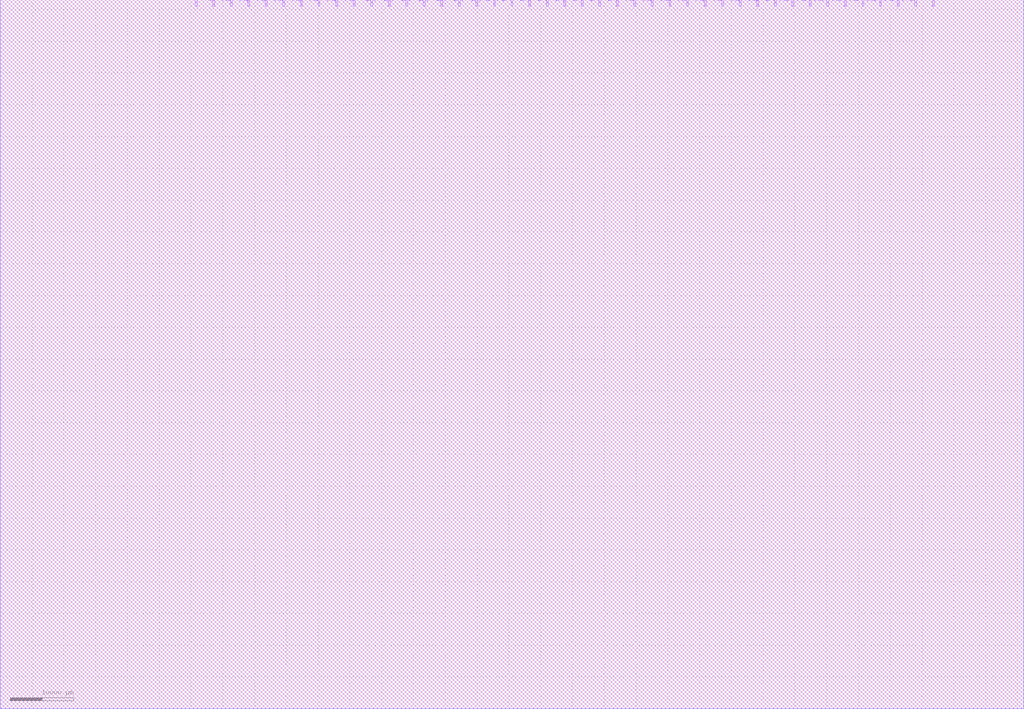
<source format=lef>
# LEF file generated for my_logo
VERSION 5.8 ;
NAMESCASESENSITIVE ON ;
DIVIDERCHAR "/" ;
BUSBITCHARS "[]" ;
UNITS
   DATABASE MICRONS 1000 ;
END UNITS

MACRO my_logo
   CLASS BLOCK ;
   FOREIGN my_logo 0 0 ;
   SIZE 161000.000 BY 111520.000 ;
   SYMMETRY X Y ;
   PIN clk
      DIRECTION INPUT ;
      USE SIGNAL ;
      PORT
         LAYER MET4 ;
         RECT 143830.000 110520.000 144130.000 111520.000 ;
      END
   END clk
   PIN ena
      DIRECTION INPUT ;
      USE SIGNAL ;
      PORT
         LAYER MET4 ;
         RECT 146590.000 110520.000 146890.000 111520.000 ;
      END
   END ena
   PIN rst_n
      DIRECTION INPUT ;
      USE SIGNAL ;
      PORT
         LAYER MET4 ;
         RECT 141070.000 110520.000 141370.000 111520.000 ;
      END
   END rst_n
   PIN ui_in[0]
      DIRECTION INPUT ;
      USE SIGNAL ;
      PORT
         LAYER MET4 ;
         RECT 138310.000 110520.000 138610.000 111520.000 ;
      END
   END ui_in[0]
   PIN ui_in[1]
      DIRECTION INPUT ;
      USE SIGNAL ;
      PORT
         LAYER MET4 ;
         RECT 135550.000 110520.000 135850.000 111520.000 ;
      END
   END ui_in[1]
   PIN ui_in[2]
      DIRECTION INPUT ;
      USE SIGNAL ;
      PORT
         LAYER MET4 ;
         RECT 132790.000 110520.000 133090.000 111520.000 ;
      END
   END ui_in[2]
   PIN ui_in[3]
      DIRECTION INPUT ;
      USE SIGNAL ;
      PORT
         LAYER MET4 ;
         RECT 130030.000 110520.000 130330.000 111520.000 ;
      END
   END ui_in[3]
   PIN ui_in[4]
      DIRECTION INPUT ;
      USE SIGNAL ;
      PORT
         LAYER MET4 ;
         RECT 127270.000 110520.000 127570.000 111520.000 ;
      END
   END ui_in[4]
   PIN ui_in[5]
      DIRECTION INPUT ;
      USE SIGNAL ;
      PORT
         LAYER MET4 ;
         RECT 124510.000 110520.000 124810.000 111520.000 ;
      END
   END ui_in[5]
   PIN ui_in[6]
      DIRECTION INPUT ;
      USE SIGNAL ;
      PORT
         LAYER MET4 ;
         RECT 121750.000 110520.000 122050.000 111520.000 ;
      END
   END ui_in[6]
   PIN ui_in[7]
      DIRECTION INPUT ;
      USE SIGNAL ;
      PORT
         LAYER MET4 ;
         RECT 118990.000 110520.000 119290.000 111520.000 ;
      END
   END ui_in[7]
   PIN uio_in[0]
      DIRECTION INPUT ;
      USE SIGNAL ;
      PORT
         LAYER MET4 ;
         RECT 116230.000 110520.000 116530.000 111520.000 ;
      END
   END uio_in[0]
   PIN uio_in[1]
      DIRECTION INPUT ;
      USE SIGNAL ;
      PORT
         LAYER MET4 ;
         RECT 113470.000 110520.000 113770.000 111520.000 ;
      END
   END uio_in[1]
   PIN uio_in[2]
      DIRECTION INPUT ;
      USE SIGNAL ;
      PORT
         LAYER MET4 ;
         RECT 110710.000 110520.000 111010.000 111520.000 ;
      END
   END uio_in[2]
   PIN uio_in[3]
      DIRECTION INPUT ;
      USE SIGNAL ;
      PORT
         LAYER MET4 ;
         RECT 107950.000 110520.000 108250.000 111520.000 ;
      END
   END uio_in[3]
   PIN uio_in[4]
      DIRECTION INPUT ;
      USE SIGNAL ;
      PORT
         LAYER MET4 ;
         RECT 105190.000 110520.000 105490.000 111520.000 ;
      END
   END uio_in[4]
   PIN uio_in[5]
      DIRECTION INPUT ;
      USE SIGNAL ;
      PORT
         LAYER MET4 ;
         RECT 102430.000 110520.000 102730.000 111520.000 ;
      END
   END uio_in[5]
   PIN uio_in[6]
      DIRECTION INPUT ;
      USE SIGNAL ;
      PORT
         LAYER MET4 ;
         RECT 99670.000 110520.000 99970.000 111520.000 ;
      END
   END uio_in[6]
   PIN uio_in[7]
      DIRECTION INPUT ;
      USE SIGNAL ;
      PORT
         LAYER MET4 ;
         RECT 96910.000 110520.000 97210.000 111520.000 ;
      END
   END uio_in[7]
   PIN uio_oe[0]
      DIRECTION OUTPUT ;
      USE SIGNAL ;
      PORT
         LAYER MET4 ;
         RECT 49990.000 110520.000 50290.000 111520.000 ;
      END
   END uio_oe[0]
   PIN uio_oe[1]
      DIRECTION OUTPUT ;
      USE SIGNAL ;
      PORT
         LAYER MET4 ;
         RECT 47230.000 110520.000 47530.000 111520.000 ;
      END
   END uio_oe[1]
   PIN uio_oe[2]
      DIRECTION OUTPUT ;
      USE SIGNAL ;
      PORT
         LAYER MET4 ;
         RECT 44470.000 110520.000 44770.000 111520.000 ;
      END
   END uio_oe[2]
   PIN uio_oe[3]
      DIRECTION OUTPUT ;
      USE SIGNAL ;
      PORT
         LAYER MET4 ;
         RECT 41710.000 110520.000 42010.000 111520.000 ;
      END
   END uio_oe[3]
   PIN uio_oe[4]
      DIRECTION OUTPUT ;
      USE SIGNAL ;
      PORT
         LAYER MET4 ;
         RECT 38950.000 110520.000 39250.000 111520.000 ;
      END
   END uio_oe[4]
   PIN uio_oe[5]
      DIRECTION OUTPUT ;
      USE SIGNAL ;
      PORT
         LAYER MET4 ;
         RECT 36190.000 110520.000 36490.000 111520.000 ;
      END
   END uio_oe[5]
   PIN uio_oe[6]
      DIRECTION OUTPUT ;
      USE SIGNAL ;
      PORT
         LAYER MET4 ;
         RECT 33430.000 110520.000 33730.000 111520.000 ;
      END
   END uio_oe[6]
   PIN uio_oe[7]
      DIRECTION OUTPUT ;
      USE SIGNAL ;
      PORT
         LAYER MET4 ;
         RECT 30670.000 110520.000 30970.000 111520.000 ;
      END
   END uio_oe[7]
   PIN uio_out[0]
      DIRECTION OUTPUT ;
      USE SIGNAL ;
      PORT
         LAYER MET4 ;
         RECT 72070.000 110520.000 72370.000 111520.000 ;
      END
   END uio_out[0]
   PIN uio_out[1]
      DIRECTION OUTPUT ;
      USE SIGNAL ;
      PORT
         LAYER MET4 ;
         RECT 69310.000 110520.000 69610.000 111520.000 ;
      END
   END uio_out[1]
   PIN uio_out[2]
      DIRECTION OUTPUT ;
      USE SIGNAL ;
      PORT
         LAYER MET4 ;
         RECT 66550.000 110520.000 66850.000 111520.000 ;
      END
   END uio_out[2]
   PIN uio_out[3]
      DIRECTION OUTPUT ;
      USE SIGNAL ;
      PORT
         LAYER MET4 ;
         RECT 63790.000 110520.000 64090.000 111520.000 ;
      END
   END uio_out[3]
   PIN uio_out[4]
      DIRECTION OUTPUT ;
      USE SIGNAL ;
      PORT
         LAYER MET4 ;
         RECT 61030.000 110520.000 61330.000 111520.000 ;
      END
   END uio_out[4]
   PIN uio_out[5]
      DIRECTION OUTPUT ;
      USE SIGNAL ;
      PORT
         LAYER MET4 ;
         RECT 58270.000 110520.000 58570.000 111520.000 ;
      END
   END uio_out[5]
   PIN uio_out[6]
      DIRECTION OUTPUT ;
      USE SIGNAL ;
      PORT
         LAYER MET4 ;
         RECT 55510.000 110520.000 55810.000 111520.000 ;
      END
   END uio_out[6]
   PIN uio_out[7]
      DIRECTION OUTPUT ;
      USE SIGNAL ;
      PORT
         LAYER MET4 ;
         RECT 52750.000 110520.000 53050.000 111520.000 ;
      END
   END uio_out[7]
   PIN uo_out[0]
      DIRECTION OUTPUT ;
      USE SIGNAL ;
      PORT
         LAYER MET4 ;
         RECT 94150.000 110520.000 94450.000 111520.000 ;
      END
   END uo_out[0]
   PIN uo_out[1]
      DIRECTION OUTPUT ;
      USE SIGNAL ;
      PORT
         LAYER MET4 ;
         RECT 91390.000 110520.000 91690.000 111520.000 ;
      END
   END uo_out[1]
   PIN uo_out[2]
      DIRECTION OUTPUT ;
      USE SIGNAL ;
      PORT
         LAYER MET4 ;
         RECT 88630.000 110520.000 88930.000 111520.000 ;
      END
   END uo_out[2]
   PIN uo_out[3]
      DIRECTION OUTPUT ;
      USE SIGNAL ;
      PORT
         LAYER MET4 ;
         RECT 85870.000 110520.000 86170.000 111520.000 ;
      END
   END uo_out[3]
   PIN uo_out[4]
      DIRECTION OUTPUT ;
      USE SIGNAL ;
      PORT
         LAYER MET4 ;
         RECT 83110.000 110520.000 83410.000 111520.000 ;
      END
   END uo_out[4]
   PIN uo_out[5]
      DIRECTION OUTPUT ;
      USE SIGNAL ;
      PORT
         LAYER MET4 ;
         RECT 80350.000 110520.000 80650.000 111520.000 ;
      END
   END uo_out[5]
   PIN uo_out[6]
      DIRECTION OUTPUT ;
      USE SIGNAL ;
      PORT
         LAYER MET4 ;
         RECT 77590.000 110520.000 77890.000 111520.000 ;
      END
   END uo_out[6]
   PIN uo_out[7]
      DIRECTION OUTPUT ;
      USE SIGNAL ;
      PORT
         LAYER MET4 ;
         RECT 74830.000 110520.000 75130.000 111520.000 ;
      END
   END uo_out[7]
   OBS
      LAYER Metal1 ;
      RECT 0.000 0.000 161000.000 111520.000 ;
   END
END my_logo

</source>
